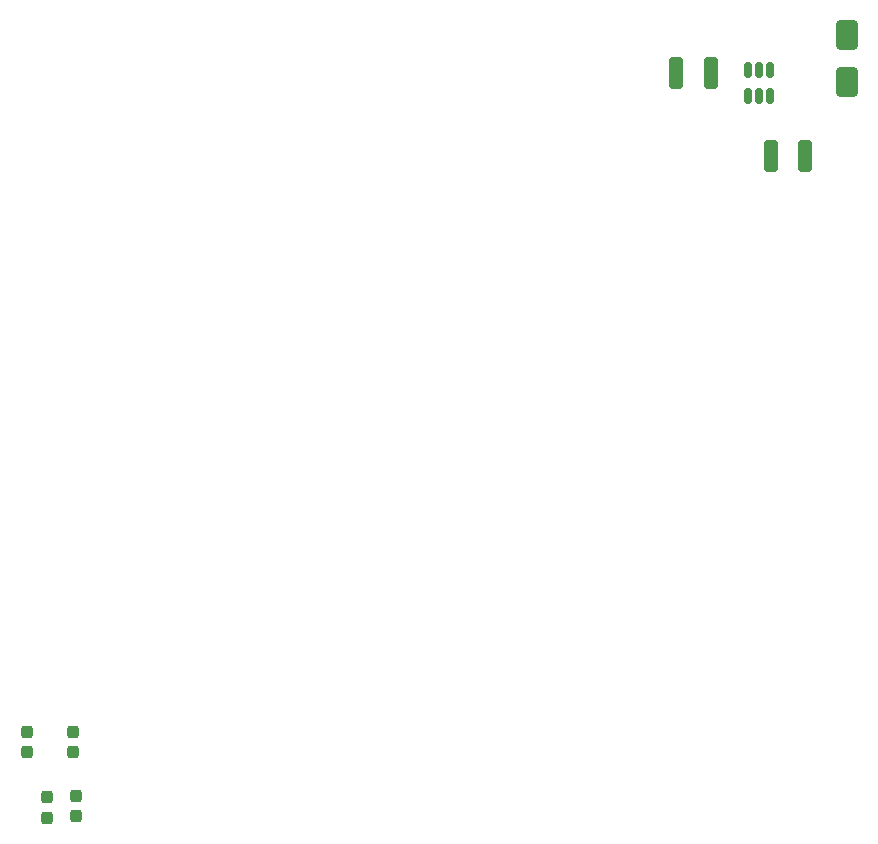
<source format=gbr>
%TF.GenerationSoftware,KiCad,Pcbnew,9.0.3-9.0.3-0~ubuntu24.04.1*%
%TF.CreationDate,2025-09-03T17:17:06-03:00*%
%TF.ProjectId,CargadorDeBaterias_rev2,43617267-6164-46f7-9244-654261746572,rev?*%
%TF.SameCoordinates,Original*%
%TF.FileFunction,Paste,Bot*%
%TF.FilePolarity,Positive*%
%FSLAX46Y46*%
G04 Gerber Fmt 4.6, Leading zero omitted, Abs format (unit mm)*
G04 Created by KiCad (PCBNEW 9.0.3-9.0.3-0~ubuntu24.04.1) date 2025-09-03 17:17:06*
%MOMM*%
%LPD*%
G01*
G04 APERTURE LIST*
G04 Aperture macros list*
%AMRoundRect*
0 Rectangle with rounded corners*
0 $1 Rounding radius*
0 $2 $3 $4 $5 $6 $7 $8 $9 X,Y pos of 4 corners*
0 Add a 4 corners polygon primitive as box body*
4,1,4,$2,$3,$4,$5,$6,$7,$8,$9,$2,$3,0*
0 Add four circle primitives for the rounded corners*
1,1,$1+$1,$2,$3*
1,1,$1+$1,$4,$5*
1,1,$1+$1,$6,$7*
1,1,$1+$1,$8,$9*
0 Add four rect primitives between the rounded corners*
20,1,$1+$1,$2,$3,$4,$5,0*
20,1,$1+$1,$4,$5,$6,$7,0*
20,1,$1+$1,$6,$7,$8,$9,0*
20,1,$1+$1,$8,$9,$2,$3,0*%
G04 Aperture macros list end*
%ADD10RoundRect,0.250000X0.650000X-1.000000X0.650000X1.000000X-0.650000X1.000000X-0.650000X-1.000000X0*%
%ADD11RoundRect,0.237500X0.237500X-0.300000X0.237500X0.300000X-0.237500X0.300000X-0.237500X-0.300000X0*%
%ADD12RoundRect,0.150000X0.150000X-0.512500X0.150000X0.512500X-0.150000X0.512500X-0.150000X-0.512500X0*%
%ADD13RoundRect,0.237500X-0.237500X0.300000X-0.237500X-0.300000X0.237500X-0.300000X0.237500X0.300000X0*%
%ADD14RoundRect,0.250000X0.325000X1.100000X-0.325000X1.100000X-0.325000X-1.100000X0.325000X-1.100000X0*%
G04 APERTURE END LIST*
D10*
%TO.C,D1*%
X194425000Y-75275000D03*
X194425000Y-71275000D03*
%TD*%
D11*
%TO.C,C18*%
X125000000Y-132000000D03*
X125000000Y-130275000D03*
%TD*%
D12*
%TO.C,U6*%
X187950000Y-76475000D03*
X187000000Y-76475000D03*
X186050000Y-76475000D03*
X186050000Y-74200000D03*
X187000000Y-74200000D03*
X187950000Y-74200000D03*
%TD*%
D13*
%TO.C,C19*%
X126700000Y-135800000D03*
X126700000Y-137525000D03*
%TD*%
%TO.C,C17*%
X128900000Y-130275000D03*
X128900000Y-132000000D03*
%TD*%
D14*
%TO.C,C11*%
X190950000Y-81475000D03*
X188000000Y-81475000D03*
%TD*%
%TO.C,C10*%
X182950000Y-74475000D03*
X180000000Y-74475000D03*
%TD*%
D11*
%TO.C,C20*%
X129200000Y-137387500D03*
X129200000Y-135662500D03*
%TD*%
M02*

</source>
